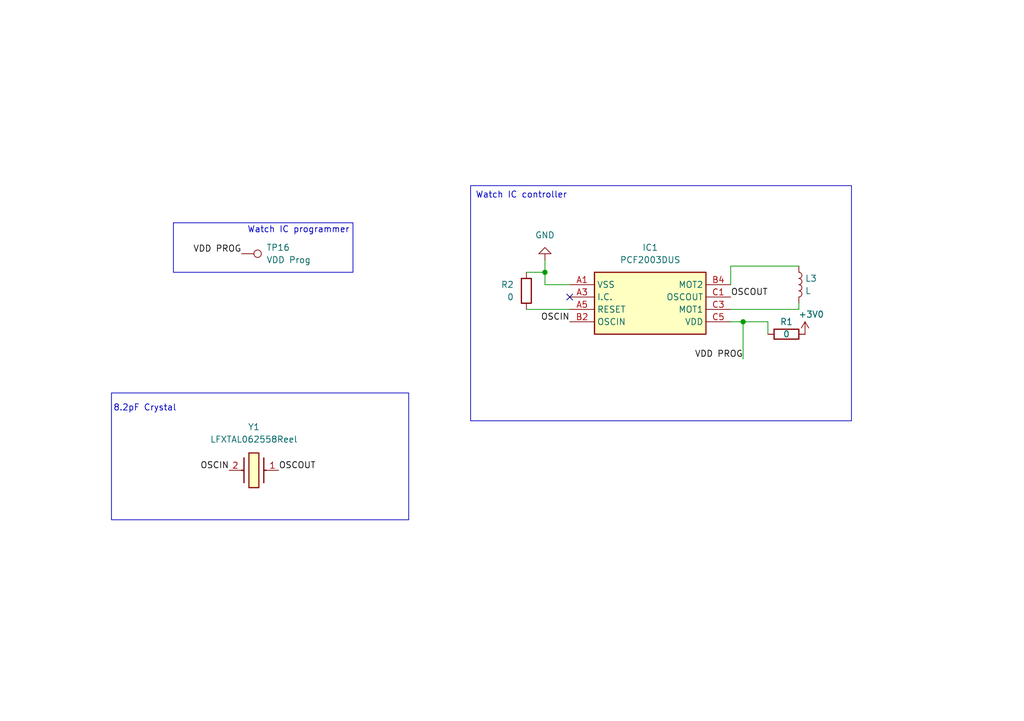
<source format=kicad_sch>
(kicad_sch (version 20250114) (generator "eeschema") (generator_version "9.0")
  (paper "A5")
  (lib_symbols
    (symbol "Connector:TestPoint" (pin_numbers (hide yes)) (pin_names (offset 0.762) (hide yes))
      (property "Reference" "TP" (at 0 6.858 0))
      (property "Value" "TestPoint" (at 0 5.08 0))
      (symbol "TestPoint_0_1"
        (circle (center 0 3.302) (radius 0.762))
      )
      (symbol "TestPoint_1_1"
        (pin passive line (at 0 0 90) (length 2.54) (name "1") (number "1"))
      )
    )
    (symbol "Device:L" (pin_numbers (hide yes)) (pin_names (offset 1.016) (hide yes))
      (property "Reference" "L" (at -1.27 0 90))
      (property "Value" "L" (at 1.905 0 90))
      (symbol "L_0_1"
        (arc (start 0 2.54) (mid 0.6323 1.905) (end 0 1.27))
        (arc (start 0 1.27) (mid 0.6323 0.635) (end 0 0))
        (arc (start 0 0) (mid 0.6323 -0.635) (end 0 -1.27))
        (arc (start 0 -1.27) (mid 0.6323 -1.905) (end 0 -2.54))
      )
      (symbol "L_1_1"
        (pin passive line (at 0 3.81 270) (length 1.27) (name "1") (number "1"))
        (pin passive line (at 0 -3.81 90) (length 1.27) (name "2") (number "2"))
      )
    )
    (symbol "Device:R" (pin_numbers (hide yes)) (pin_names (offset 0))
      (property "Reference" "R" (at 2.032 0 90))
      (property "Value" "R" (at 0 0 90))
      (symbol "R_0_1"
        (rectangle (start -1.016 -2.54) (end 1.016 2.54) (stroke (width 0.254)))
      )
      (symbol "R_1_1"
        (pin passive line (at 0 3.81 270) (length 1.27) (name "~") (number "1"))
        (pin passive line (at 0 -3.81 90) (length 1.27) (name "~") (number "2"))
      )
    )
    (symbol "SamacSys_Parts:LFXTAL062558Reel" (pin_names (hide yes))
      (property "Reference" "Y1" (at 5.08 8.89 0))
      (property "Value" "LFXTAL062558Reel" (at 5.08 6.35 0))
      (symbol "LFXTAL062558Reel_1_1"
        (polyline (pts (xy 3.048 2.54) (xy 3.048 -2.54)) (stroke (width 0.254)))
        (polyline (pts (xy 3.048 0) (xy 2.54 0)) (stroke (width 0.254)))
        (rectangle (start 4.064 3.556) (end 6.096 -3.556) (stroke (width 0.254)) (fill (type background)))
        (polyline (pts (xy 7.112 2.54) (xy 7.112 -2.54)) (stroke (width 0.254)))
        (polyline (pts (xy 7.112 0) (xy 7.62 0)) (stroke (width 0.254)))
        (pin passive line (at 0 0 0) (length 2.54) (name "CRYSTAL_2") (number "2"))
        (pin passive line (at 10.16 0 180) (length 2.54) (name "") (number "1"))
      )
    )
    (symbol "SamacSys_Parts:PCF2003DUS"
      (property "Reference" "IC" (at 29.21 7.62 0))
      (property "Value" "PCF2003DUS" (at 29.21 5.08 0))
      (symbol "PCF2003DUS_1_1"
        (rectangle (start 5.08 2.54) (end 27.94 -10.16) (stroke (width 0.254)) (fill (type background)))
        (pin passive line (at 0 0 0) (length 5.08) (name "VSS") (number "A1"))
        (pin passive line (at 0 -2.54 0) (length 5.08) (name "I.C.") (number "A3"))
        (pin passive line (at 0 -5.08 0) (length 5.08) (name "RESET") (number "A5"))
        (pin passive line (at 0 -7.62 0) (length 5.08) (name "OSCIN") (number "B2"))
        (pin passive line (at 33.02 0 180) (length 5.08) (name "MOT2") (number "B4"))
        (pin passive line (at 33.02 -2.54 180) (length 5.08) (name "OSCOUT") (number "C1"))
        (pin passive line (at 33.02 -5.08 180) (length 5.08) (name "MOT1") (number "C3"))
        (pin passive line (at 33.02 -7.62 180) (length 5.08) (name "VDD") (number "C5"))
      )
    )
    (symbol "power:+3V0" (power) (pin_numbers (hide yes)) (pin_names (offset 0) (hide yes))
      (property "Value" "+3V0" (at 0 3.556 0))
      (symbol "+3V0_0_1"
        (polyline (pts (xy -0.762 1.27) (xy 0 2.54)))
        (polyline (pts (xy 0 2.54) (xy 0.762 1.27)))
        (polyline (pts (xy 0 0) (xy 0 2.54)))
      )
      (symbol "+3V0_1_1"
        (pin power_in line (at 0 0 90) (length 0) (name "~") (number "1"))
      )
    )
    (symbol "power:GND" (power) (pin_numbers (hide yes)) (pin_names (offset 0) (hide yes))
      (property "Value" "GND" (at 0 -3.81 0))
      (symbol "GND_0_1"
        (polyline (pts (xy 0 0) (xy 0 -1.27) (xy 1.27 -1.27) (xy 0 -2.54) (xy -1.27 -1.27) (xy 0 -1.27)))
      )
      (symbol "GND_1_1"
        (pin power_in line (at 0 0 270) (length 0) (name "~") (number "1"))
      )
    )
  )
  (rectangle (start 96.52 38.1) (end 174.625 86.36))
  (rectangle (start 22.86 80.645) (end 83.82 106.68))
  (rectangle (start 35.56 45.72) (end 72.39 55.88))
  (text "Watch IC controller" (at 106.934 40.132 0) (effects (font (size 1.27 1.27))))
  (text "Watch IC programmer" (at 61.214 47.244 0) (effects (font (size 1.27 1.27))))
  (text "8.2pF Crystal" (at 29.718 83.82 0) (effects (font (size 1.27 1.27))))
  (junction (at 152.4 66.04))
  (junction (at 111.76 55.88))
  (no_connect (at 116.84 60.96))
  (wire (pts (xy 163.83 63.5) (xy 163.83 62.23)))
  (wire (pts (xy 157.48 68.58) (xy 157.48 66.04)))
  (wire (pts (xy 157.48 66.04) (xy 152.4 66.04)))
  (wire (pts (xy 152.4 66.04) (xy 149.86 66.04)))
  (wire (pts (xy 152.4 66.04) (xy 152.4 73.66)))
  (wire (pts (xy 111.76 55.88) (xy 107.95 55.88)))
  (wire (pts (xy 149.86 58.42) (xy 149.86 54.61)))
  (wire (pts (xy 111.76 58.42) (xy 116.84 58.42)))
  (wire (pts (xy 111.76 55.88) (xy 111.76 58.42)))
  (wire (pts (xy 107.95 63.5) (xy 116.84 63.5)))
  (wire (pts (xy 149.86 54.61) (xy 163.83 54.61)))
  (wire (pts (xy 149.86 63.5) (xy 163.83 63.5)))
  (wire (pts (xy 111.76 53.34) (xy 111.76 55.88)))
  (label "OSCIN" (at 116.84 66.04 180))
  (label "OSCOUT" (at 57.15 96.52 0))
  (label "VDD PROG" (at 49.53 52.07 180))
  (label "OSCOUT" (at 149.86 60.96 0))
  (label "VDD PROG" (at 152.4 73.66 180))
  (label "OSCIN" (at 46.99 96.52 180))
  (symbol (lib_id "power:+3V0") (at 165.1 68.58 0) (unit 1)
    (property "Reference" "#PWR014" (effects (hide yes)))
    (property "Value" "+3V0" (at 166.37 64.516 0))
    (property "Description" "Power symbol creates a global label with name \"+3V0\"" (effects (hide yes)))
  )
  (symbol (lib_id "power:GND") (at 111.76 53.34 180) (unit 1)
    (property "Reference" "#PWR010" (effects (hide yes)))
    (property "Value" "GND" (at 111.76 48.26 0))
    (property "Description" "Power symbol creates a global label with name \"GND\" , ground" (effects (hide yes)))
  )
  (symbol (lib_id "Connector:TestPoint") (at 49.53 52.07 270) (unit 1)
    (property "Reference" "TP16" (at 54.61 50.7999 90) (effects (justify left)))
    (property "Value" "VDD Prog" (at 54.61 53.3399 90) (effects (justify left)))
    (property "Footprint" "SamacSys_Parts:Pogo pin 1x1" (effects (hide yes)))
    (property "Description" "test point" (effects (hide yes)))
  )
  (symbol (lib_id "Device:L") (at 163.83 58.42 0) (unit 1)
    (property "Reference" "L3" (at 165.1 57.1499 0) (effects (justify left)))
    (property "Value" "L" (at 165.1 59.6899 0) (effects (justify left)))
    (property "Footprint" "SamacSys_Parts:Miyota 2035" (effects (hide yes)))
    (property "Description" "Inductor" (effects (hide yes)))
  )
  (symbol (lib_id "Device:R") (at 107.95 59.69 0) (mirror y) (unit 1)
    (property "Reference" "R2" (at 105.41 58.4199 0) (effects (justify left)))
    (property "Value" "0" (at 105.41 60.9599 0) (effects (justify left)))
    (property "Footprint" "Resistor_SMD:R_0201_0603Metric" (effects (hide yes)))
    (property "Description" "Resistor" (effects (hide yes)))
  )
  (symbol (lib_id "Device:R") (at 161.29 68.58 90) (unit 1)
    (property "Reference" "R1" (at 161.29 66.04 90))
    (property "Value" "0" (at 161.29 68.58 90))
    (property "Footprint" "Resistor_SMD:R_0201_0603Metric" (effects (hide yes)))
    (property "Description" "Resistor" (effects (hide yes)))
  )
  (symbol (lib_id "SamacSys_Parts:LFXTAL062558Reel") (at 46.99 96.52 0) (unit 1)
    (property "Reference" "Y1" (at 52.07 87.63 0))
    (property "Value" "LFXTAL062558Reel" (at 52.07 90.17 0))
    (property "Footprint" "LFXTAL062558Reel" (effects (hide yes)))
    (property "Datasheet" "https://www.iqdfrequencyproducts.com/products/pn/LFXTAL062558Reel.pdf" (effects (hide yes)))
    (property "Description" "Crystals 32.7680kHz 2.0 x 1.2 x 0.6mm" (effects (hide yes)))
    (property "Height" "0.6" (effects (hide yes)))
    (property "Manufacturer_Name" "IQD" (effects (hide yes)))
    (property "Manufacturer_Part_Number" "LFXTAL062558Reel" (effects (hide yes)))
    (property "Mouser Part Number" "449-LFXTAL062558REEL" (effects (hide yes)))
    (property "Mouser Price/Stock" "https://www.mouser.co.uk/ProductDetail/IQD/LFXTAL062558Reel?qs=nFovR%252B4R4UPP00SQMD0J1g%3D%3D" (effects (hide yes)))
    (property "Arrow Part Number" "LFXTAL062558REEL" (effects (hide yes)))
    (property "Arrow Price/Stock" "https://www.arrow.com/en/products/lfxtal062558reel/iqd-frequency-products" (effects (hide yes)))
  )
  (symbol (lib_id "SamacSys_Parts:PCF2003DUS") (at 116.84 58.42 0) (unit 1)
    (property "Reference" "IC1" (at 133.35 50.8 0))
    (property "Value" "PCF2003DUS" (at 133.35 53.34 0))
    (property "Footprint" "SamacSys_Parts:PCF2003DUS" (effects (hide yes)))
    (property "Datasheet" "https://www.nxp.com/docs/en/data-sheet/PCF2003.pdf" (effects (hide yes)))
    (property "Description" "32 kHz watch circuit with programmable adaptive motor pulse and pulse period" (effects (hide yes)))
    (property "Height" "0.53" (effects (hide yes)))
    (property "Manufacturer_Name" "NXP" (effects (hide yes)))
    (property "Manufacturer_Part_Number" "PCF2003DUS" (effects (hide yes)))
  )
)
</source>
